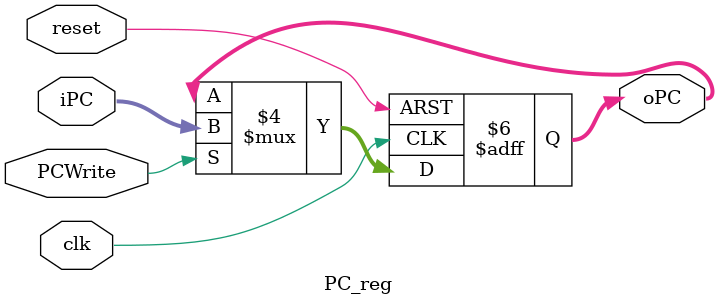
<source format=v>
`timescale 1ns / 1ps

module PC_reg(clk,
			reset,
			PCWrite,
			iPC,
			oPC);

	input clk;
    input reset;
    input PCWrite;
    input [31:0] iPC;
    output reg [31:0] oPC;
	
	always @(posedge clk or negedge reset)
	begin
		if (~reset)
			oPC <= 32'h80000000;
		else
		begin
			if (PCWrite == 1'b1)
			begin
				oPC <= iPC;
			end
		end
	end

endmodule

</source>
